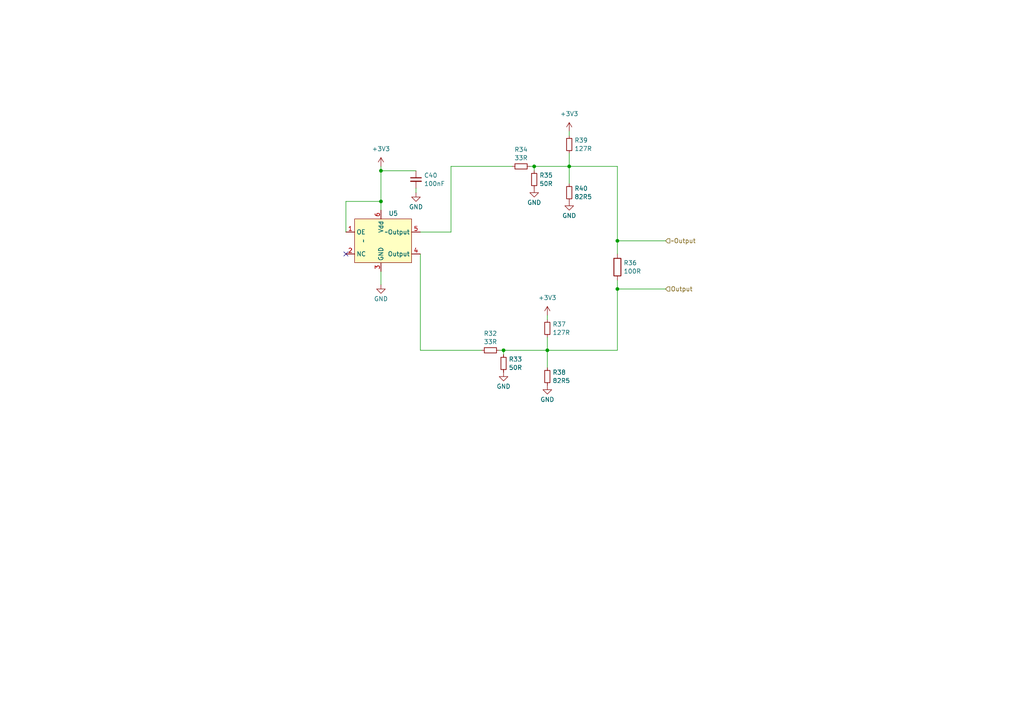
<source format=kicad_sch>
(kicad_sch (version 20230121) (generator eeschema)
  (paper "A4")
  (lib_symbols
    (symbol "Device:C_Small" (pin_numbers hide) (pin_names (offset 0.254) hide)
      (property "Reference" "C" (at 0.254 1.778 0))
      (property "Value" "C_Small" (at 0.254 -2.032 0))
      (symbol "C_Small_0_1"
        (polyline (pts (xy -1.524 -0.508) (xy 1.524 -0.508)) (stroke (width 0.3302)))
        (polyline (pts (xy -1.524 0.508) (xy 1.524 0.508)) (stroke (width 0.3048)))
      )
      (symbol "C_Small_1_1"
        (pin passive line (at 0 2.54 270) (length 2.032) (name "~") (number "1"))
        (pin passive line (at 0 -2.54 90) (length 2.032) (name "~") (number "2"))
      )
    )
    (symbol "Device:R" (pin_numbers hide) (pin_names (offset 0))
      (property "Reference" "R" (at 2.032 0 90))
      (property "Value" "R" (at 0 0 90))
      (symbol "R_0_1"
        (rectangle (start -1.016 -2.54) (end 1.016 2.54) (stroke (width 0.254)))
      )
      (symbol "R_1_1"
        (pin passive line (at 0 3.81 270) (length 1.27) (name "~") (number "1"))
        (pin passive line (at 0 -3.81 90) (length 1.27) (name "~") (number "2"))
      )
    )
    (symbol "Device:R_Small" (pin_numbers hide) (pin_names (offset 0.254) hide)
      (property "Reference" "R" (at 0.762 0.508 0))
      (property "Value" "R_Small" (at 0.762 -1.016 0))
      (symbol "R_Small_0_1"
        (rectangle (start -0.762 1.778) (end 0.762 -1.778) (stroke (width 0.2032)))
      )
      (symbol "R_Small_1_1"
        (pin passive line (at 0 2.54 270) (length 0.762) (name "~") (number "1"))
        (pin passive line (at 0 -2.54 90) (length 0.762) (name "~") (number "2"))
      )
    )
    (symbol "Personal:AX3_TCXO"
      (property "Reference" "U" (at 8.89 6.35 0))
      (symbol "AX3_TCXO_1_1"
        (rectangle (start -7.62 5.08) (end 8.89 -7.62) (fill (type background)))
        (pin passive line (at -10.16 1.27 0) (length 2.54) (name "OE") (number "1"))
        (pin passive line (at -10.16 -5.08 0) (length 2.54) (name "NC") (number "2"))
        (pin passive line (at 0 -10.16 90) (length 2.54) (name "GND") (number "3"))
        (pin passive line (at 11.43 -5.08 180) (length 2.54) (name "Output") (number "4"))
        (pin passive line (at 11.43 1.27 180) (length 2.54) (name "~Output") (number "5"))
        (pin passive line (at 0 7.62 270) (length 2.54) (name "Vdd") (number "6"))
      )
    )
    (symbol "power:+3V3" (power) (pin_names (offset 0))
      (property "Value" "+3V3" (at 0 3.556 0))
      (symbol "+3V3_0_1"
        (polyline (pts (xy -0.762 1.27) (xy 0 2.54)))
        (polyline (pts (xy 0 0) (xy 0 2.54)))
        (polyline (pts (xy 0 2.54) (xy 0.762 1.27)))
      )
      (symbol "+3V3_1_1"
        (pin power_in line (at 0 0 90) (length 0) hide (name "+3V3") (number "1"))
      )
    )
    (symbol "power:GND" (power) (pin_names (offset 0))
      (property "Value" "GND" (at 0 -3.81 0))
      (symbol "GND_0_1"
        (polyline (pts (xy 0 0) (xy 0 -1.27) (xy 1.27 -1.27) (xy 0 -2.54) (xy -1.27 -1.27) (xy 0 -1.27)))
      )
      (symbol "GND_1_1"
        (pin power_in line (at 0 0 270) (length 0) hide (name "GND") (number "1"))
      )
    )
  )
  (junction (at 179.07 69.85))
  (junction (at 154.94 48.26))
  (junction (at 158.75 101.6))
  (junction (at 110.49 49.53))
  (junction (at 165.1 48.26))
  (junction (at 146.05 101.6))
  (junction (at 179.07 83.82))
  (junction (at 110.49 58.42))
  (no_connect (at 100.33 73.66))
  (wire (pts (xy 165.1 48.26) (xy 165.1 53.34)))
  (wire (pts (xy 179.07 101.6) (xy 158.75 101.6)))
  (wire (pts (xy 158.75 91.44) (xy 158.75 92.71)))
  (wire (pts (xy 165.1 48.26) (xy 154.94 48.26)))
  (wire (pts (xy 158.75 101.6) (xy 146.05 101.6)))
  (wire (pts (xy 110.49 48.26) (xy 110.49 49.53)))
  (wire (pts (xy 121.92 73.66) (xy 121.92 101.6)))
  (wire (pts (xy 179.07 69.85) (xy 193.04 69.85)))
  (wire (pts (xy 110.49 58.42) (xy 110.49 60.96)))
  (wire (pts (xy 100.33 58.42) (xy 110.49 58.42)))
  (wire (pts (xy 120.65 54.61) (xy 120.65 55.88)))
  (wire (pts (xy 165.1 38.1) (xy 165.1 39.37)))
  (wire (pts (xy 110.49 49.53) (xy 120.65 49.53)))
  (wire (pts (xy 121.92 67.31) (xy 130.81 67.31)))
  (wire (pts (xy 179.07 69.85) (xy 179.07 48.26)))
  (wire (pts (xy 100.33 67.31) (xy 100.33 58.42)))
  (wire (pts (xy 146.05 101.6) (xy 146.05 102.87)))
  (wire (pts (xy 144.78 101.6) (xy 146.05 101.6)))
  (wire (pts (xy 179.07 73.66) (xy 179.07 69.85)))
  (wire (pts (xy 179.07 81.28) (xy 179.07 83.82)))
  (wire (pts (xy 158.75 97.79) (xy 158.75 101.6)))
  (wire (pts (xy 179.07 83.82) (xy 193.04 83.82)))
  (wire (pts (xy 154.94 48.26) (xy 154.94 49.53)))
  (wire (pts (xy 153.67 48.26) (xy 154.94 48.26)))
  (wire (pts (xy 158.75 101.6) (xy 158.75 106.68)))
  (wire (pts (xy 130.81 48.26) (xy 148.59 48.26)))
  (wire (pts (xy 121.92 101.6) (xy 139.7 101.6)))
  (wire (pts (xy 179.07 83.82) (xy 179.07 101.6)))
  (wire (pts (xy 179.07 48.26) (xy 165.1 48.26)))
  (wire (pts (xy 110.49 82.55) (xy 110.49 78.74)))
  (wire (pts (xy 110.49 49.53) (xy 110.49 58.42)))
  (wire (pts (xy 165.1 44.45) (xy 165.1 48.26)))
  (wire (pts (xy 130.81 67.31) (xy 130.81 48.26)))
  (hierarchical_label "~Output" (shape input) (at 193.04 69.85 0))
  (hierarchical_label "Output" (shape input) (at 193.04 83.82 0))
  (symbol (lib_id "Device:R_Small") (at 142.24 101.6 270) (unit 1)
    (property "Reference" "R32" (at 142.24 96.7191 90))
    (property "Value" "33R" (at 142.24 99.1433 90))
  )
  (symbol (lib_id "power:GND") (at 110.49 82.55 0) (unit 1)
    (property "Reference" "#PWR060" (effects hide))
    (property "Value" "GND" (at 110.49 86.6831 0))
  )
  (symbol (lib_id "power:+3V3") (at 158.75 91.44 0) (unit 1)
    (property "Reference" "#PWR042" (effects hide))
    (property "Value" "+3V3" (at 158.75 86.36 0))
    (instances (project "ADF5355_VCO" (path "" (reference "#PWR042") (unit 1)) (path "" (reference "#PWR066") (unit 1))))
  )
  (symbol (lib_id "Device:R_Small") (at 146.05 105.41 0) (unit 1)
    (property "Reference" "R33" (at 147.5486 104.1979 0) (effects (justify left)))
    (property "Value" "50R" (at 147.5486 106.6221 0) (effects (justify left)))
  )
  (symbol (lib_id "power:GND") (at 146.05 107.95 0) (unit 1)
    (property "Reference" "#PWR063" (effects hide))
    (property "Value" "GND" (at 146.05 112.0831 0))
  )
  (symbol (lib_id "power:GND") (at 120.65 55.88 0) (unit 1)
    (property "Reference" "#PWR062" (effects hide))
    (property "Value" "GND" (at 120.65 60.0131 0))
  )
  (symbol (lib_id "Device:R_Small") (at 165.1 41.91 0) (unit 1)
    (property "Reference" "R39" (at 166.5986 40.6979 0) (effects (justify left)))
    (property "Value" "127R" (at 166.5986 43.1221 0) (effects (justify left)))
  )
  (symbol (lib_id "Device:R_Small") (at 154.94 52.07 0) (unit 1)
    (property "Reference" "R35" (at 156.4386 50.8579 0) (effects (justify left)))
    (property "Value" "50R" (at 156.4386 53.2821 0) (effects (justify left)))
  )
  (symbol (lib_id "Device:R") (at 179.07 77.47 0) (unit 1)
    (property "Reference" "R36" (at 180.848 76.2579 0) (effects (justify left)))
    (property "Value" "100R" (at 180.848 78.6821 0) (effects (justify left)))
  )
  (symbol (lib_id "power:GND") (at 158.75 111.76 0) (unit 1)
    (property "Reference" "#PWR067" (effects hide))
    (property "Value" "GND" (at 158.75 115.8931 0))
  )
  (symbol (lib_id "power:GND") (at 165.1 58.42 0) (unit 1)
    (property "Reference" "#PWR068" (effects hide))
    (property "Value" "GND" (at 165.1 62.5531 0))
  )
  (symbol (lib_id "Device:R_Small") (at 158.75 109.22 0) (unit 1)
    (property "Reference" "R38" (at 160.2486 108.0079 0) (effects (justify left)))
    (property "Value" "82R5" (at 160.2486 110.4321 0) (effects (justify left)))
  )
  (symbol (lib_id "power:+3V3") (at 110.49 48.26 0) (unit 1)
    (property "Reference" "#PWR042" (effects hide))
    (property "Value" "+3V3" (at 110.49 43.18 0))
    (instances (project "ADF5355_VCO" (path "" (reference "#PWR042") (unit 1)) (path "" (reference "#PWR061") (unit 1))))
  )
  (symbol (lib_id "Device:R_Small") (at 158.75 95.25 0) (unit 1)
    (property "Reference" "R37" (at 160.2486 94.0379 0) (effects (justify left)))
    (property "Value" "127R" (at 160.2486 96.4621 0) (effects (justify left)))
  )
  (symbol (lib_id "Device:R_Small") (at 151.13 48.26 270) (unit 1)
    (property "Reference" "R34" (at 151.13 43.3791 90))
    (property "Value" "33R" (at 151.13 45.8033 90))
  )
  (symbol (lib_id "Device:C_Small") (at 120.65 52.07 0) (unit 1)
    (property "Reference" "C40" (at 122.9741 50.8642 0) (effects (justify left)))
    (property "Value" "100nF" (at 122.9741 53.2884 0) (effects (justify left)))
    (property "Footprint" "Capacitor_SMD:C_0603_1608Metric_Pad1.08x0.95mm_HandSolder" (effects hide))
  )
  (symbol (lib_id "power:+3V3") (at 165.1 38.1 0) (unit 1)
    (property "Reference" "#PWR042" (effects hide))
    (property "Value" "+3V3" (at 165.1 33.02 0))
    (instances (project "ADF5355_VCO" (path "" (reference "#PWR042") (unit 1)) (path "" (reference "#PWR065") (unit 1))))
  )
  (symbol (lib_id "Personal:AX3_TCXO") (at 110.49 68.58 0) (unit 1)
    (property "Reference" "U5" (at 112.6841 61.9069 0) (effects (justify left)))
    (property "Value" "~" (at 105.41 69.85 90))
    (property "Footprint" "ADF5355:AX3_XO" (effects hide))
  )
  (symbol (lib_id "power:GND") (at 154.94 54.61 0) (unit 1)
    (property "Reference" "#PWR064" (effects hide))
    (property "Value" "GND" (at 154.94 58.7431 0))
  )
  (symbol (lib_id "Device:R_Small") (at 165.1 55.88 0) (unit 1)
    (property "Reference" "R40" (at 166.5986 54.6679 0) (effects (justify left)))
    (property "Value" "82R5" (at 166.5986 57.0921 0) (effects (justify left)))
  )
)
</source>
